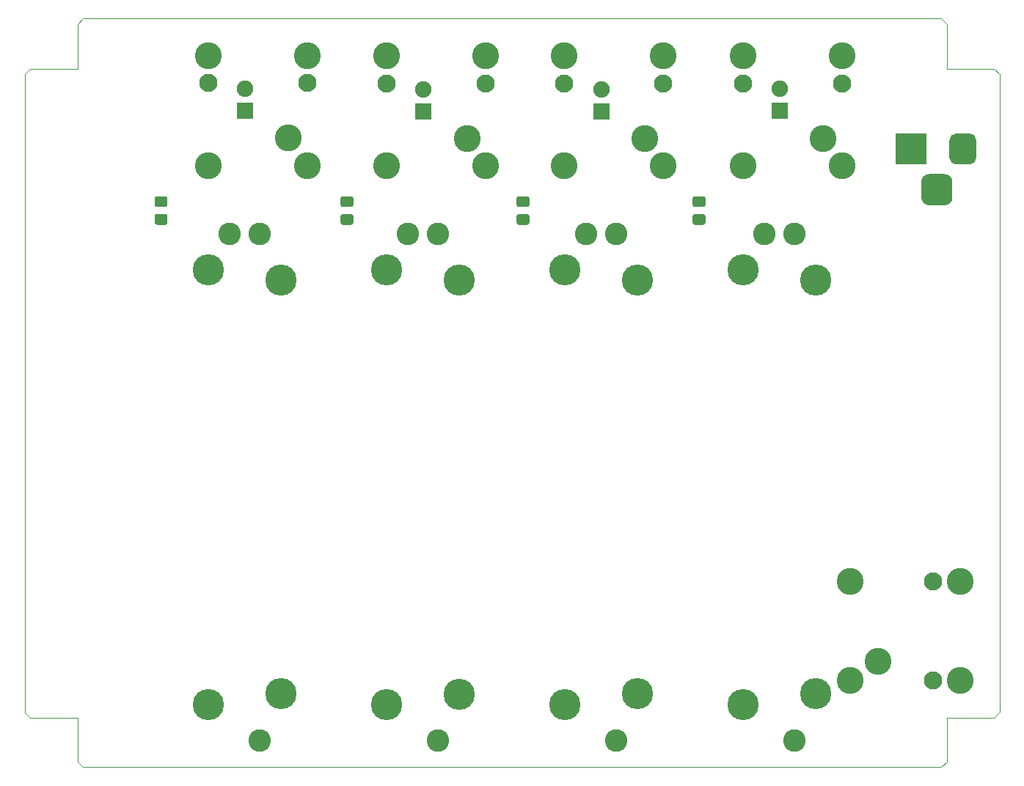
<source format=gbr>
%TF.GenerationSoftware,KiCad,Pcbnew,5.1.6-c6e7f7d~87~ubuntu18.04.1*%
%TF.CreationDate,2020-09-21T23:06:02+01:00*%
%TF.ProjectId,ActiveSplitterPedal_SOIC14,41637469-7665-4537-906c-697474657250,rev?*%
%TF.SameCoordinates,Original*%
%TF.FileFunction,Soldermask,Top*%
%TF.FilePolarity,Negative*%
%FSLAX46Y46*%
G04 Gerber Fmt 4.6, Leading zero omitted, Abs format (unit mm)*
G04 Created by KiCad (PCBNEW 5.1.6-c6e7f7d~87~ubuntu18.04.1) date 2020-09-21 23:06:02*
%MOMM*%
%LPD*%
G01*
G04 APERTURE LIST*
%TA.AperFunction,Profile*%
%ADD10C,0.050000*%
%TD*%
%ADD11C,2.600000*%
%ADD12C,3.600000*%
%ADD13C,1.900000*%
%ADD14R,1.900000X1.900000*%
%ADD15C,3.100000*%
%ADD16C,2.100000*%
%ADD17R,3.600000X3.600000*%
G04 APERTURE END LIST*
D10*
X186309000Y-130429000D02*
X185674000Y-131064000D01*
X186309000Y-125349000D02*
X186309000Y-130429000D01*
X191770000Y-125349000D02*
X186309000Y-125349000D01*
X192405000Y-124714000D02*
X191770000Y-125349000D01*
X192405000Y-51054000D02*
X192405000Y-124714000D01*
X191770000Y-50419000D02*
X192405000Y-51054000D01*
X186309000Y-50419000D02*
X191770000Y-50419000D01*
X186309000Y-45275500D02*
X186309000Y-50419000D01*
X185674000Y-44640500D02*
X186309000Y-45275500D01*
X86614000Y-44640500D02*
X185674000Y-44640500D01*
X85979000Y-45275500D02*
X86614000Y-44640500D01*
X85979000Y-50419000D02*
X85979000Y-45275500D01*
X80518000Y-50419000D02*
X85979000Y-50419000D01*
X79883000Y-51054000D02*
X80518000Y-50419000D01*
X79883000Y-124777500D02*
X79883000Y-51054000D01*
X80518000Y-125412500D02*
X79883000Y-124777500D01*
X85979000Y-125412500D02*
X80518000Y-125412500D01*
X85979000Y-130429000D02*
X85979000Y-125412500D01*
X86614000Y-131064000D02*
X85979000Y-130429000D01*
X185674000Y-131064000D02*
X86614000Y-131064000D01*
D11*
%TO.C,RV3*%
X127584200Y-69519800D03*
X124079000Y-69519800D03*
X127584200Y-128016000D03*
D12*
X130022600Y-74853800D03*
X121666000Y-73660000D03*
X130022600Y-122656600D03*
X121640600Y-123875800D03*
%TD*%
%TO.C,R28*%
G36*
G01*
X95152738Y-67202000D02*
X96109262Y-67202000D01*
G75*
G02*
X96381000Y-67473738I0J-271738D01*
G01*
X96381000Y-68180262D01*
G75*
G02*
X96109262Y-68452000I-271738J0D01*
G01*
X95152738Y-68452000D01*
G75*
G02*
X94881000Y-68180262I0J271738D01*
G01*
X94881000Y-67473738D01*
G75*
G02*
X95152738Y-67202000I271738J0D01*
G01*
G37*
G36*
G01*
X95152738Y-65152000D02*
X96109262Y-65152000D01*
G75*
G02*
X96381000Y-65423738I0J-271738D01*
G01*
X96381000Y-66130262D01*
G75*
G02*
X96109262Y-66402000I-271738J0D01*
G01*
X95152738Y-66402000D01*
G75*
G02*
X94881000Y-66130262I0J271738D01*
G01*
X94881000Y-65423738D01*
G75*
G02*
X95152738Y-65152000I271738J0D01*
G01*
G37*
%TD*%
%TO.C,R27*%
G36*
G01*
X116615738Y-67202000D02*
X117572262Y-67202000D01*
G75*
G02*
X117844000Y-67473738I0J-271738D01*
G01*
X117844000Y-68180262D01*
G75*
G02*
X117572262Y-68452000I-271738J0D01*
G01*
X116615738Y-68452000D01*
G75*
G02*
X116344000Y-68180262I0J271738D01*
G01*
X116344000Y-67473738D01*
G75*
G02*
X116615738Y-67202000I271738J0D01*
G01*
G37*
G36*
G01*
X116615738Y-65152000D02*
X117572262Y-65152000D01*
G75*
G02*
X117844000Y-65423738I0J-271738D01*
G01*
X117844000Y-66130262D01*
G75*
G02*
X117572262Y-66402000I-271738J0D01*
G01*
X116615738Y-66402000D01*
G75*
G02*
X116344000Y-66130262I0J271738D01*
G01*
X116344000Y-65423738D01*
G75*
G02*
X116615738Y-65152000I271738J0D01*
G01*
G37*
%TD*%
%TO.C,R26*%
G36*
G01*
X136935738Y-67202000D02*
X137892262Y-67202000D01*
G75*
G02*
X138164000Y-67473738I0J-271738D01*
G01*
X138164000Y-68180262D01*
G75*
G02*
X137892262Y-68452000I-271738J0D01*
G01*
X136935738Y-68452000D01*
G75*
G02*
X136664000Y-68180262I0J271738D01*
G01*
X136664000Y-67473738D01*
G75*
G02*
X136935738Y-67202000I271738J0D01*
G01*
G37*
G36*
G01*
X136935738Y-65152000D02*
X137892262Y-65152000D01*
G75*
G02*
X138164000Y-65423738I0J-271738D01*
G01*
X138164000Y-66130262D01*
G75*
G02*
X137892262Y-66402000I-271738J0D01*
G01*
X136935738Y-66402000D01*
G75*
G02*
X136664000Y-66130262I0J271738D01*
G01*
X136664000Y-65423738D01*
G75*
G02*
X136935738Y-65152000I271738J0D01*
G01*
G37*
%TD*%
%TO.C,R25*%
G36*
G01*
X157255738Y-67202000D02*
X158212262Y-67202000D01*
G75*
G02*
X158484000Y-67473738I0J-271738D01*
G01*
X158484000Y-68180262D01*
G75*
G02*
X158212262Y-68452000I-271738J0D01*
G01*
X157255738Y-68452000D01*
G75*
G02*
X156984000Y-68180262I0J271738D01*
G01*
X156984000Y-67473738D01*
G75*
G02*
X157255738Y-67202000I271738J0D01*
G01*
G37*
G36*
G01*
X157255738Y-65152000D02*
X158212262Y-65152000D01*
G75*
G02*
X158484000Y-65423738I0J-271738D01*
G01*
X158484000Y-66130262D01*
G75*
G02*
X158212262Y-66402000I-271738J0D01*
G01*
X157255738Y-66402000D01*
G75*
G02*
X156984000Y-66130262I0J271738D01*
G01*
X156984000Y-65423738D01*
G75*
G02*
X157255738Y-65152000I271738J0D01*
G01*
G37*
%TD*%
D11*
%TO.C,RV1*%
X168757600Y-69469000D03*
X165252400Y-69469000D03*
X168757600Y-127965200D03*
D12*
X171196000Y-74803000D03*
X162839400Y-73609200D03*
X171196000Y-122605800D03*
X162814000Y-123825000D03*
%TD*%
D11*
%TO.C,RV2*%
X148183600Y-69469000D03*
X144678400Y-69469000D03*
X148183600Y-127965200D03*
D12*
X150622000Y-74803000D03*
X142265400Y-73609200D03*
X150622000Y-122605800D03*
X142240000Y-123825000D03*
%TD*%
D11*
%TO.C,RV4*%
X107010200Y-69469000D03*
X103505000Y-69469000D03*
X107010200Y-127965200D03*
D12*
X109448600Y-74803000D03*
X101092000Y-73609200D03*
X109448600Y-122605800D03*
X101066600Y-123825000D03*
%TD*%
D13*
%TO.C,D2*%
X167005000Y-52705000D03*
D14*
X167005000Y-55245000D03*
%TD*%
D13*
%TO.C,D8*%
X105283000Y-52705000D03*
D14*
X105283000Y-55245000D03*
%TD*%
D13*
%TO.C,D6*%
X125857000Y-52832000D03*
D14*
X125857000Y-55372000D03*
%TD*%
D13*
%TO.C,D4*%
X146431000Y-52832000D03*
D14*
X146431000Y-55372000D03*
%TD*%
D15*
%TO.C,J6*%
X112496600Y-61595000D03*
X101066600Y-61595000D03*
X101066600Y-48895000D03*
X112496600Y-48895000D03*
X110337600Y-58420000D03*
D16*
X112496600Y-52070000D03*
X101066600Y-52070000D03*
%TD*%
D15*
%TO.C,J5*%
X133096000Y-61658500D03*
X121666000Y-61658500D03*
X121666000Y-48958500D03*
X133096000Y-48958500D03*
X130937000Y-58483500D03*
D16*
X133096000Y-52133500D03*
X121666000Y-52133500D03*
%TD*%
D15*
%TO.C,J4*%
X153619200Y-61658500D03*
X142189200Y-61658500D03*
X142189200Y-48958500D03*
X153619200Y-48958500D03*
X151460200Y-58483500D03*
D16*
X153619200Y-52133500D03*
X142189200Y-52133500D03*
%TD*%
D15*
%TO.C,J3*%
X174218600Y-61645800D03*
X162788600Y-61645800D03*
X162788600Y-48945800D03*
X174218600Y-48945800D03*
X172059600Y-58470800D03*
D16*
X174218600Y-52120800D03*
X162788600Y-52120800D03*
%TD*%
D15*
%TO.C,J1*%
X175196500Y-121031000D03*
X175196500Y-109601000D03*
X187896500Y-109601000D03*
X187896500Y-121031000D03*
X178371500Y-118872000D03*
D16*
X184721500Y-121031000D03*
X184721500Y-109601000D03*
%TD*%
%TO.C,J2*%
G36*
G01*
X186981500Y-63490000D02*
X186981500Y-65290000D01*
G75*
G02*
X186081500Y-66190000I-900000J0D01*
G01*
X184281500Y-66190000D01*
G75*
G02*
X183381500Y-65290000I0J900000D01*
G01*
X183381500Y-63490000D01*
G75*
G02*
X184281500Y-62590000I900000J0D01*
G01*
X186081500Y-62590000D01*
G75*
G02*
X186981500Y-63490000I0J-900000D01*
G01*
G37*
G36*
G01*
X189731500Y-58665000D02*
X189731500Y-60715000D01*
G75*
G02*
X188956500Y-61490000I-775000J0D01*
G01*
X187406500Y-61490000D01*
G75*
G02*
X186631500Y-60715000I0J775000D01*
G01*
X186631500Y-58665000D01*
G75*
G02*
X187406500Y-57890000I775000J0D01*
G01*
X188956500Y-57890000D01*
G75*
G02*
X189731500Y-58665000I0J-775000D01*
G01*
G37*
D17*
X182181500Y-59690000D03*
%TD*%
M02*

</source>
